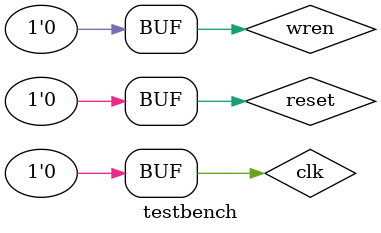
<source format=sv>
`include "submodules.sv"

module testbench;
	// tomasulo_machine_wireup
	reg  clk, reset;

	// instruction queue
	wire [31:0] instr1, instr2;
	wire [01:0] shift_count;			// can be 0, 1 or 2. 2 is coded as 2'b10 or 2'b11. This means one-hot shift indexing works!

	instruction_queue instruction_queue_inst(
		.instr1(instr1), .instr2(instr2),
		.shift_count(shift_count),
		.clk(clk), .reset(reset) 
	);

	// decoder interface out
	wire [04:0] instr1_rd,  instr2_rd;
	wire [04:0] instr1_rs1, instr2_rs1;
	wire [04:0] instr1_rs2, instr2_rs2;
	wire instr1_valid, instr2_valid;
	// CDB arbitrator interface
	wire instr1_isadd, instr1_ismul, instr1_ismem;	// instruction 1 flags for valid instruction type. One-hot: Only 1 is true.
	wire instr2_isadd, instr2_ismul, instr2_ismem;	// instruction 2 flags for valid instruction type. One-hot: Only 1 is true.
	// status of reservation stations
	wire mem_ready, adder_ready, multiplier_ready;
	wire CDB_issued_stall;

	dispatch_and_decode_unit dispatch_and_decode_unit_inst(
		// instr queue interface
		.instr1(instr1), .instr2(instr2),
		.shift_count(shift_count),
		// decoder interface out
		.instr1_rd(instr1_rd), .instr2_rd(instr2_rd),
		.instr1_rs1(instr1_rs1), .instr2_rs1(instr2_rs1),
		.instr1_rs2(instr1_rs2), .instr2_rs2(instr2_rs2),
		.instr1_valid(instr1_valid), .instr2_valid(instr2_valid),
		// CDB arbitrator interface
		.instr1_ismem(instr1_ismem), .instr1_isadd(instr1_isadd), .instr1_ismul(instr1_ismul),		// one-hot
		.instr2_ismem(instr2_ismem), .instr2_isadd(instr2_isadd), .instr2_ismul(instr2_ismul),		// one-hot
		.CDB_issued_stall(CDB_issued_stall),								// dispatch stall from CDB_arbitrator should end up here.
		// status of reservation stations
		.mem_ready(mem_ready), .adder_ready(adder_ready), .multiplier_ready(multiplier_ready)
	);

	// Effective CDB resolved tag and data.
	wire [07:0] CDB_tag_in_effect;
	wire [31:0] CDB_data_in_effect;
	wire [07:0] CDB_tag_multiplier, CDB_tag_adder, CDB_tag_mem;				// CDB resolved tag input
	wire [31:0] CDB_data_multiplier, CDB_data_adder, CDB_data_mem;			// CDB resolved data input
	// rd_tag interface.
	wire [7:0] acceptor_tag_add, acceptor_tag_mul, acceptor_tag_mem; 
	wire [7:0] regfile_rd_tag_A, regfile_rd_tag_B; 		// regfile bound rd tags

	CDB_arbitrator CDB_arbitrator_inst(
		.dispatch_stall(CDB_issued_stall),				// stall further dispatches in case of multiple CDB writes.
		// Effective CDB resolved tag and data.
		.tag_in_effect(CDB_tag_in_effect),
		.data_in_effect(CDB_data_in_effect),
		// CDB resolved tag input
		.CDB_tag_multiplier(CDB_tag_multiplier),
		.CDB_tag_adder(CDB_tag_adder),
		.CDB_tag_mem(CDB_tag_mem),
		.CDB_data_multiplier(CDB_data_multiplier),
		.CDB_data_adder(CDB_data_adder),
		.CDB_data_mem(CDB_data_mem),
		// rd_tag interface.
		.instr1_isadd(instr1_isadd), .instr1_ismul(instr1_ismul), .instr1_ismem(instr1_ismem),	// instruction 1 flags for valid instruction type. One-hot: Only 1 is true.
		.instr2_isadd(instr2_isadd), .instr2_ismul(instr2_ismul), .instr2_ismem(instr2_ismem),	// instruction 2 flags for valid instruction type. One-hot: Only 1 is true.
		.acceptor_tag_add(acceptor_tag_add),
		.acceptor_tag_mul(acceptor_tag_mul),
		.acceptor_tag_mem(acceptor_tag_mem), 
		.regfile_rd_tag_A(regfile_rd_tag_A), .regfile_rd_tag_B(regfile_rd_tag_B),	// regfile bound rd tags
		// misc. signals
		.en(1'b1), .clk(clk), .reset(reset)
	);

	wire [31:0] dout_r1_A, dout_r2_A, dout_r1_B, dout_r2_B;
	wire dtype_r1_A, dtype_r2_A, dtype_r1_B, dtype_r2_B;

	RegisterFile RegisterFile_inst(
		// instruction port A
		.addr_r1_A(instr1_rs1), .addr_r2_A(instr1_rs2), .addr_rd_A(instr1_rd),
		.instr_valid_A(instr1_valid),
		.rd_tag_A(regfile_rd_tag_A),			// received from arbiter action
		.dout_r1_A(dout_r1_A), .dout_r2_A(dout_r2_A),
		.dtype_r1_A(dtype_r1_A), .dtype_r2_A(dtype_r2_A),		// 0 for data, 1 for tag.
		// instruction port B
		.addr_r1_B(instr2_rs1), .addr_r2_B(instr2_rs2), .addr_rd_B(instr2_rd),
		.instr_valid_B(instr2_valid),
		.rd_tag_B(regfile_rd_tag_B),			// received from arbiter action
		.dout_r1_B(dout_r1_B), .dout_r2_B(dout_r2_B),
		.dtype_r1_B(dtype_r1_B), .dtype_r2_B(dtype_r2_B),		// 0 for data, 1 for tag.
		// CDB input interface
		.data_in_CDB(CDB_data_in_effect),				// comes from the CDB
		.tag_in_CDB(CDB_tag_in_effect),
		// misc. signals.
		.en(1'b1), .clk(clk), .reset(reset)
	);

	// *** *** *** *** *** *** MEMORY SETUP *** *** *** *** *** *** //

	wire [31:0] data_in_mem;
	wire [31:0] addr_in_mem;
	wire wren = 1'b0;
	
	source_mux mem_source_mux(
		// instruction 1
		.instr1_rs1(dout_r1_A), .instr1_rs2({20'd0, instr2[31-:12]}),		// has tag in lower byte if needed
		.instr1_dtype_rs1(1'b0), .instr1_dtype_rs2(1'b0),
		// instruction 2
		.instr2_rs1(dout_r1_B), .instr2_rs2({20'd0, instr2[31-:12]}),		// has tag in lower byte if needed
		.instr2_dtype_rs1(1'b0), .instr2_dtype_rs2(1'b0),
		// mux output
		.rs1(data_in_mem), .rs2(addr_in_mem),
		.dtype_rs1(), .dtype_rs2(),
		// instruction sel
		.instr1_active(instr1_ismem),
		.instr2_active(instr2_ismem)
	);

	// mem_unit's tag is tagged as well.
	MemoryUnit MemoryUnit_inst(
		// CDB output interface
		.data_out_valid(),
		.data_out(CDB_data_mem),
		.reg_tag_out(CDB_tag_mem),
		// instruction input interface.
		.data_in(data_in_mem),
		.addr_in(addr_in_mem),
		.rden(instr1_ismem | instr2_ismem),
		.wren(wren),
		.ready_for_instr(mem_ready),
		.acceptor_tag(acceptor_tag_mem),
		.en(1'b1), .clk(clk), .reset(reset)
	);

	// *** *** *** *** *** *** ADDER SETUP *** *** *** *** *** *** //
	wire [31:0] rs1_add, rs2_add;
	wire dtype_rs1_add, dtype_rs2_add;

	source_mux add_source_mux(
		// instruction 1
		.instr1_rs1(dout_r1_A), .instr1_rs2(dout_r2_A),		// has tag in lower byte if needed
		.instr1_dtype_rs1(dtype_r1_A), .instr1_dtype_rs2(dtype_r2_A),
		// instruction 2
		.instr2_rs1(dout_r1_B), .instr2_rs2(dout_r2_B),		// has tag in lower byte if needed
		.instr2_dtype_rs1(dtype_r1_B), .instr2_dtype_rs2(dtype_r2_B),
		// mux output
		.rs1(rs1_add), .rs2(rs2_add),
		.dtype_rs1(dtype_rs1_add), .dtype_rs2(dtype_rs2_add),
		// instruction sel
		.instr1_active(instr1_isadd),
		.instr2_active(instr2_isadd)
	);

	AdditionReservationStation AdditionReservationStation_inst(
		// Register input interface
		.src_in_1(rs1_add), .src_in_2(rs2_add),							// comes from regfile. Lower 8 bits are used for tag if the regfile says so, else this is data.
		.src_in_valid(instr1_isadd | instr2_isadd),						// controlled by decoder.
		.src_in1_type(dtype_rs1_add), .src_in2_type(dtype_rs2_add),		// 0 for data, 1 for tag.
		// CDB input interface
		.data_in_CDB(CDB_data_in_effect),				// comes from the CDB
		.tag_in_CDB(CDB_tag_in_effect),
		// CDB data_out interface
		.data_out_valid(),
		.data_out(CDB_data_adder),
		.reg_tag_out(CDB_tag_adder),
		// dispatcher interface
		.ready_for_instr(adder_ready),
		.acceptor_tag(acceptor_tag_add),			// {tag_valid, mem_type, add_type, mul_type, 2'b0, 3'dID}
		// misc. signals
		.en(1'b1), .clk(clk), .reset(reset)
	);

	// *** *** *** *** *** *** MULTIPLIER SETUP *** *** *** *** *** *** //
	wire [31:0] rs1_mul, rs2_mul;
	wire dtype_rs1_mul, dtype_rs2_mul;

	source_mux mul_source_mux(
		// instruction 1
		.instr1_rs1(dout_r1_A), .instr1_rs2(dout_r2_A),		// has tag in lower byte if needed
		.instr1_dtype_rs1(dtype_r1_A), .instr1_dtype_rs2(dtype_r2_A),
		// instruction 2
		.instr2_rs1(dout_r1_B), .instr2_rs2(dout_r2_B),		// has tag in lower byte if needed
		.instr2_dtype_rs1(dtype_r1_B), .instr2_dtype_rs2(dtype_r2_B),
		// mux output
		.rs1(rs1_mul), .rs2(rs2_mul),
		.dtype_rs1(dtype_rs1_mul), .dtype_rs2(dtype_rs2_mul),
		// instruction sel
		.instr1_active(instr1_ismul),
		.instr2_active(instr2_ismul)
	);

	MultiplierReservationStation MultiplierReservationStation_inst(
		// Register input interface
		.src_in_1(rs1_mul), .src_in_2(rs2_mul),							// comes from regfile. Lower 8 bits are used for tag if the regfile says so, else this is data.
		.src_in_valid(instr1_ismul | instr2_ismul),						// controlled by decoder.
		.src_in1_type(dtype_rs1_mul), .src_in2_type(dtype_rs2_mul),		// 0 for data, 1 for tag.
		// CDB input interface
		.data_in_CDB(CDB_data_in_effect),				// comes from the CDB
		.tag_in_CDB(CDB_tag_in_effect),
		// CDB data_out interface
		.data_out_valid(),
		.data_out(CDB_data_multiplier),
		.reg_tag_out(CDB_tag_multiplier),
		// dispatcher interface
		.ready_for_instr(multiplier_ready),
		.acceptor_tag(acceptor_tag_mul),			// {tag_valid, mem_type, add_type, mul_type, 2'b0, 3'dID}
		// misc. signals
		.en(1'b1), .clk(clk), .reset(reset)
	);

	
	initial begin
		$dumpfile("test.vcd");
		$dumpvars(0, testbench);

		clk = 0; reset = 0;

		#1 reset = 1;
		#1 clk = 1; #1 clk = 0;
		#1 reset = 0;

		repeat(200)
			#1 clk = ~clk;
	end
endmodule

/*
module memory_testbench;
	integer i;

	wire data_out_valid;
	wire [31:0] data_out;
	wire [07:0] reg_tag_out;
	reg  [31:0] data_in;
	reg  [31:0] addr_in;
	reg  rden, wren;
	// dispatcher interface
	wire ready;
	wire [07:0] acceptor_tag;			// {tag_valid, mem_type, add_type, mul_type, 1'b0, 3'dID}
	// misc. signals
	reg  en, clk, reset;
	
	// mem_unit's tag is tagged as well.
	MemoryUnit MemoryUnit_inst(
		.data_out_valid(data_out_valid),
		.data_out(data_out),
		.reg_tag_out(reg_tag_out),
		.data_in(data_in),
		.addr_in(addr_in),
		.rden(rden), .wren(wren),
		.ready_for_instr(ready),
		.acceptor_tag(acceptor_tag),
		.en(en), .clk(clk), .reset(reset)
	);

	initial begin
		$dumpfile("test.vcd");
		$dumpvars(0, testbench);

		en = 0; clk = 0; reset = 0;

		wren = 0; rden = 0;

		#1 reset = 1;
		#1 clk = 1; #1 clk = 0;
		#1 reset = 0;

		addr_in = 0;
		en = 1; rden = 1;

		repeat(100) begin
			addr_in = addr_in + 1;
			#1 clk = ~clk; #1 clk = ~clk;
		end
	end
endmodule
*/
</source>
